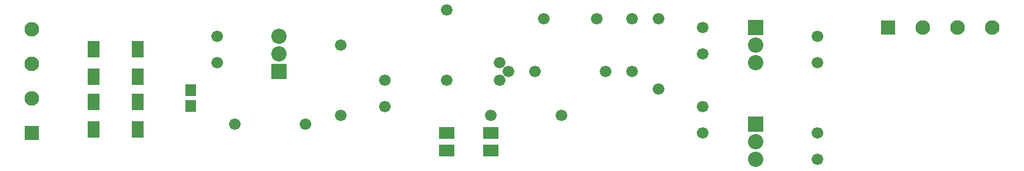
<source format=gbr>
G04 EasyPC Gerber Version 21.0.3 Build 4286 *
G04 #@! TF.Part,Single*
G04 #@! TF.FileFunction,Soldermask,Top *
G04 #@! TF.FilePolarity,Negative *
%FSLAX35Y35*%
%MOIN*%
G04 #@! TA.AperFunction,SMDPad*
%ADD101R,0.06100X0.06600*%
%ADD123R,0.06899X0.09458*%
G04 #@! TA.AperFunction,ComponentPad*
%ADD90R,0.08277X0.08277*%
%ADD124R,0.08691X0.08691*%
%ADD89C,0.06600*%
%ADD91C,0.08277*%
%ADD125C,0.08691*%
%ADD126R,0.08600X0.06600*%
X0Y0D02*
D02*
D89*
X125250Y70250D03*
Y85250D03*
X135250Y35250D03*
X175250D03*
X195250Y40250D03*
Y80250D03*
X220250Y45250D03*
Y60250D03*
X255250D03*
Y100250D03*
X280250Y40250D03*
X285250Y60250D03*
Y70250D03*
X290250Y65250D03*
X305250D03*
X310250Y95250D03*
X320250Y40250D03*
X340250Y95250D03*
X345250Y65250D03*
X360250D03*
Y95250D03*
X375250Y55250D03*
Y95250D03*
X400250Y30250D03*
Y45250D03*
Y75250D03*
Y90250D03*
X465250Y15250D03*
Y30250D03*
Y70250D03*
Y85250D03*
D02*
D90*
X20250Y30250D03*
X505250Y90250D03*
D02*
D91*
X20250Y49935D03*
Y69620D03*
Y89305D03*
X524935Y90250D03*
X544620D03*
X564305D03*
D02*
D101*
X110250Y45750D03*
Y54750D03*
D02*
D123*
X55250Y32376D03*
Y48124D03*
Y62376D03*
Y78124D03*
X80250Y32376D03*
Y48124D03*
Y62376D03*
Y78124D03*
D02*
D124*
X160250Y65250D03*
X430250Y35250D03*
Y90250D03*
D02*
D125*
X160250Y75230D03*
Y85211D03*
X430250Y15289D03*
Y25270D03*
Y70289D03*
Y80270D03*
D02*
D126*
X255250Y20250D03*
Y30250D03*
X280250Y20250D03*
Y30250D03*
X0Y0D02*
M02*

</source>
